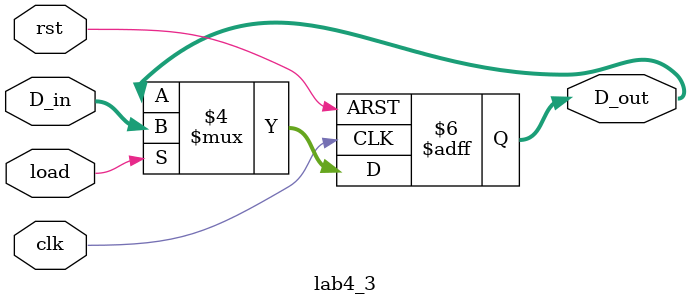
<source format=v>
module lab4_3(
	input [3:0] D_in,
	input load,
	input clk,
	input rst,
	output reg [3:0] D_out
);
	always @(posedge clk or negedge rst) begin
		if(rst==1'b0) begin
			D_out <= 4'b0000;
		end
		else if(load)begin
			D_out <= D_in;
		end
		else begin
			D_out <= D_out;
		end
	end
endmodule
</source>
